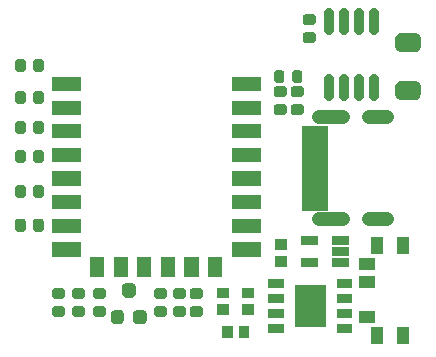
<source format=gts>
G04 Layer: TopSolderMaskLayer*
G04 EasyEDA v6.4.25, 2021-11-23T22:35:47+08:00*
G04 b1e9ac58b82e44e2a900f0cbd8408905,45ba98ba689c459a8d72e4540021d05b,10*
G04 Gerber Generator version 0.2*
G04 Scale: 100 percent, Rotated: No, Reflected: No *
G04 Dimensions in millimeters *
G04 leading zeros omitted , absolute positions ,4 integer and 5 decimal *
%FSLAX45Y45*%
%MOMM*%

%ADD36C,1.2032*%
%ADD37C,0.8128*%

%LPD*%
D36*
X3071314Y416910D02*
G01*
X3221314Y416910D01*
X3071312Y-447095D02*
G01*
X3221314Y-447095D01*
X2652613Y416504D02*
G01*
X2852613Y416504D01*
X2652613Y-447502D02*
G01*
X2852613Y-447502D01*
D37*
X2730489Y1160774D02*
G01*
X2730489Y1303014D01*
X2857489Y1160774D02*
G01*
X2857489Y1303014D01*
X2984489Y1160774D02*
G01*
X2984489Y1303014D01*
X2984489Y601974D02*
G01*
X2984489Y744214D01*
X2857489Y601974D02*
G01*
X2857489Y744214D01*
X2730489Y601974D02*
G01*
X2730489Y744214D01*
X3111489Y1160774D02*
G01*
X3111489Y1303014D01*
X3111489Y601974D02*
G01*
X3111489Y744214D01*
G36*
X1994651Y-1255603D02*
G01*
X1994651Y-1165433D01*
X2094727Y-1165433D01*
X2094727Y-1255603D01*
G37*
G36*
X1994651Y-1115649D02*
G01*
X1994651Y-1025479D01*
X2094727Y-1025479D01*
X2094727Y-1115649D01*
G37*
G36*
X1786371Y-1255603D02*
G01*
X1786371Y-1165433D01*
X1886447Y-1165433D01*
X1886447Y-1255603D01*
G37*
G36*
X1786371Y-1115649D02*
G01*
X1786371Y-1025479D01*
X1886447Y-1025479D01*
X1886447Y-1115649D01*
G37*
G36*
X2505191Y-375747D02*
G01*
X2505191Y-295483D01*
X2725663Y-295483D01*
X2725663Y-375747D01*
G37*
G36*
X2505191Y-295737D02*
G01*
X2505191Y-215473D01*
X2725663Y-215473D01*
X2725663Y-295737D01*
G37*
G36*
X2505191Y264332D02*
G01*
X2505191Y344596D01*
X2725663Y344596D01*
X2725663Y264332D01*
G37*
G36*
X2505191Y184322D02*
G01*
X2505191Y264586D01*
X2725663Y264586D01*
X2725663Y184322D01*
G37*
G36*
X2505191Y134284D02*
G01*
X2505191Y184576D01*
X2725663Y184576D01*
X2725663Y134284D01*
G37*
G36*
X2505191Y84246D02*
G01*
X2505191Y134538D01*
X2725663Y134538D01*
X2725663Y84246D01*
G37*
G36*
X2505191Y34208D02*
G01*
X2505191Y84500D01*
X2725663Y84500D01*
X2725663Y34208D01*
G37*
G36*
X2505191Y-15829D02*
G01*
X2505191Y34716D01*
X2725663Y34716D01*
X2725663Y-15829D01*
G37*
G36*
X2505191Y-65613D02*
G01*
X2505191Y-15321D01*
X2725663Y-15321D01*
X2725663Y-65613D01*
G37*
G36*
X2505191Y-115651D02*
G01*
X2505191Y-65359D01*
X2725663Y-65359D01*
X2725663Y-115651D01*
G37*
G36*
X2505191Y-165689D02*
G01*
X2505191Y-115397D01*
X2725663Y-115397D01*
X2725663Y-165689D01*
G37*
G36*
X2505191Y-215727D02*
G01*
X2505191Y-165435D01*
X2725663Y-165435D01*
X2725663Y-215727D01*
G37*
G36*
X3336025Y973246D02*
G01*
X3315197Y978580D01*
X3298941Y994836D01*
X3293353Y1015664D01*
X3293353Y1085768D01*
X3298941Y1106596D01*
X3315197Y1122852D01*
X3336025Y1128440D01*
X3471153Y1128440D01*
X3491981Y1122852D01*
X3508237Y1106596D01*
X3513825Y1085768D01*
X3513825Y1015664D01*
X3508237Y994836D01*
X3491981Y978580D01*
X3471153Y973246D01*
G37*
G36*
X3336025Y568116D02*
G01*
X3315197Y573704D01*
X3298941Y589960D01*
X3293353Y610788D01*
X3293353Y680892D01*
X3298941Y701720D01*
X3315197Y717976D01*
X3336025Y723564D01*
X3471153Y723564D01*
X3491981Y717976D01*
X3508237Y701720D01*
X3513825Y680892D01*
X3513825Y610788D01*
X3508237Y589960D01*
X3491981Y573704D01*
X3471153Y568116D01*
G37*
G36*
X2984489Y-1323167D02*
G01*
X2984489Y-1222837D01*
X3124697Y-1222837D01*
X3124697Y-1323167D01*
G37*
G36*
X2984489Y-1024209D02*
G01*
X2984489Y-923879D01*
X3124697Y-923879D01*
X3124697Y-1024209D01*
G37*
G36*
X2984489Y-874095D02*
G01*
X2984489Y-774019D01*
X3124697Y-774019D01*
X3124697Y-874095D01*
G37*
G36*
X3311387Y-739221D02*
G01*
X3311387Y-599013D01*
X3411463Y-599013D01*
X3411463Y-739221D01*
G37*
G36*
X3091423Y-739221D02*
G01*
X3091423Y-599013D01*
X3191499Y-599013D01*
X3191499Y-739221D01*
G37*
G36*
X3311387Y-1499189D02*
G01*
X3311387Y-1358981D01*
X3411463Y-1358981D01*
X3411463Y-1499189D01*
G37*
G36*
X3091423Y-1499189D02*
G01*
X3091423Y-1358981D01*
X3191499Y-1358981D01*
X3191499Y-1499189D01*
G37*
G36*
X1967981Y-1447119D02*
G01*
X1967981Y-1347043D01*
X2058151Y-1347043D01*
X2058151Y-1447119D01*
G37*
G36*
X1828027Y-1447119D02*
G01*
X1828027Y-1347043D01*
X1918197Y-1347043D01*
X1918197Y-1447119D01*
G37*
G36*
X2759445Y-850473D02*
G01*
X2759445Y-775035D01*
X2899653Y-775035D01*
X2899653Y-850473D01*
G37*
G36*
X2759445Y-756493D02*
G01*
X2759445Y-681055D01*
X2899653Y-681055D01*
X2899653Y-756493D01*
G37*
G36*
X2759445Y-662513D02*
G01*
X2759445Y-587075D01*
X2899653Y-587075D01*
X2899653Y-662513D01*
G37*
G36*
X2500365Y-662513D02*
G01*
X2500365Y-587075D01*
X2640573Y-587075D01*
X2640573Y-662513D01*
G37*
G36*
X2500365Y-850473D02*
G01*
X2500365Y-775035D01*
X2640573Y-775035D01*
X2640573Y-850473D01*
G37*
G36*
X1276085Y-1119459D02*
G01*
X1257797Y-1112093D01*
X1250431Y-1094059D01*
X1250431Y-1054943D01*
X1257797Y-1036655D01*
X1276085Y-1029289D01*
X1335013Y-1029289D01*
X1353301Y-1036655D01*
X1360667Y-1054943D01*
X1360667Y-1094059D01*
X1353301Y-1112093D01*
X1335013Y-1119459D01*
G37*
G36*
X1276085Y-1271859D02*
G01*
X1257797Y-1264493D01*
X1250431Y-1246205D01*
X1250431Y-1207343D01*
X1257797Y-1189055D01*
X1276085Y-1181689D01*
X1335013Y-1181689D01*
X1353301Y-1189055D01*
X1360667Y-1207343D01*
X1360667Y-1246205D01*
X1353301Y-1264493D01*
X1335013Y-1271859D01*
G37*
G36*
X102351Y529000D02*
G01*
X84317Y536620D01*
X76697Y554654D01*
X76697Y613836D01*
X84317Y631870D01*
X102351Y639236D01*
X141467Y639236D01*
X159501Y631870D01*
X167121Y613836D01*
X167121Y554654D01*
X159501Y536620D01*
X141467Y529000D01*
G37*
G36*
X254751Y529000D02*
G01*
X236717Y536620D01*
X229097Y554654D01*
X229097Y613836D01*
X236717Y631870D01*
X254751Y639236D01*
X293867Y639236D01*
X311901Y631870D01*
X319521Y613836D01*
X319521Y554654D01*
X311901Y536620D01*
X293867Y529000D01*
G37*
G36*
X412485Y-1119459D02*
G01*
X394197Y-1112093D01*
X386831Y-1094059D01*
X386831Y-1054943D01*
X394197Y-1036655D01*
X412485Y-1029289D01*
X471413Y-1029289D01*
X489701Y-1036655D01*
X497067Y-1054943D01*
X497067Y-1094059D01*
X489701Y-1112093D01*
X471413Y-1119459D01*
G37*
G36*
X412485Y-1271859D02*
G01*
X394197Y-1264493D01*
X386831Y-1246205D01*
X386831Y-1207343D01*
X394197Y-1189055D01*
X412485Y-1181689D01*
X471413Y-1181689D01*
X489701Y-1189055D01*
X497067Y-1207343D01*
X497067Y-1246205D01*
X489701Y-1264493D01*
X471413Y-1271859D01*
G37*
G36*
X2535925Y1046906D02*
G01*
X2517637Y1054526D01*
X2510271Y1072560D01*
X2510271Y1111676D01*
X2517637Y1129710D01*
X2535925Y1137330D01*
X2594853Y1137330D01*
X2613141Y1129710D01*
X2620507Y1111676D01*
X2620507Y1072560D01*
X2613141Y1054526D01*
X2594853Y1046906D01*
G37*
G36*
X2535925Y1199306D02*
G01*
X2517637Y1206926D01*
X2510271Y1224960D01*
X2510271Y1264076D01*
X2517637Y1282110D01*
X2535925Y1289730D01*
X2594853Y1289730D01*
X2613141Y1282110D01*
X2620507Y1264076D01*
X2620507Y1224960D01*
X2613141Y1206926D01*
X2594853Y1199306D01*
G37*
G36*
X1013195Y-1108537D02*
G01*
X990589Y-1099139D01*
X981191Y-1076533D01*
X981191Y-1019891D01*
X990589Y-997539D01*
X1013195Y-988141D01*
X1064503Y-988141D01*
X1087109Y-997539D01*
X1096507Y-1019891D01*
X1096507Y-1076533D01*
X1087109Y-1099139D01*
X1064503Y-1108537D01*
G37*
G36*
X1108191Y-1333327D02*
G01*
X1085585Y-1324183D01*
X1076187Y-1301577D01*
X1076187Y-1244935D01*
X1085585Y-1222583D01*
X1108191Y-1213185D01*
X1159753Y-1213185D01*
X1182105Y-1222583D01*
X1191503Y-1244935D01*
X1191503Y-1301577D01*
X1182105Y-1324183D01*
X1159753Y-1333327D01*
G37*
G36*
X918199Y-1333327D02*
G01*
X895593Y-1324183D01*
X886195Y-1301577D01*
X886195Y-1244935D01*
X895593Y-1222583D01*
X918199Y-1213185D01*
X969507Y-1213185D01*
X992113Y-1222583D01*
X1001511Y-1244935D01*
X1001511Y-1301577D01*
X992113Y-1324183D01*
X969507Y-1333327D01*
G37*
G36*
X760465Y-1271859D02*
G01*
X742177Y-1264493D01*
X734811Y-1246205D01*
X734811Y-1207343D01*
X742177Y-1189055D01*
X760465Y-1181689D01*
X819393Y-1181689D01*
X837681Y-1189055D01*
X845047Y-1207343D01*
X845047Y-1246205D01*
X837681Y-1264493D01*
X819393Y-1271859D01*
G37*
G36*
X760465Y-1119459D02*
G01*
X742177Y-1112093D01*
X734811Y-1094059D01*
X734811Y-1054943D01*
X742177Y-1036655D01*
X760465Y-1029289D01*
X819393Y-1029289D01*
X837681Y-1036655D01*
X845047Y-1054943D01*
X845047Y-1094059D01*
X837681Y-1112093D01*
X819393Y-1119459D01*
G37*
G36*
X254751Y798240D02*
G01*
X236717Y805860D01*
X229097Y823894D01*
X229097Y883076D01*
X236717Y901110D01*
X254751Y908476D01*
X293867Y908476D01*
X311901Y901110D01*
X319521Y883076D01*
X319521Y823894D01*
X311901Y805860D01*
X293867Y798240D01*
G37*
G36*
X102351Y798240D02*
G01*
X84317Y805860D01*
X76697Y823894D01*
X76697Y883076D01*
X84317Y901110D01*
X102351Y908476D01*
X141467Y908476D01*
X159501Y901110D01*
X167121Y883076D01*
X167121Y823894D01*
X159501Y805860D01*
X141467Y798240D01*
G37*
G36*
X254751Y31160D02*
G01*
X236717Y38780D01*
X229097Y56814D01*
X229097Y115996D01*
X236717Y134030D01*
X254751Y141396D01*
X293867Y141396D01*
X311901Y134030D01*
X319521Y115996D01*
X319521Y56814D01*
X311901Y38780D01*
X293867Y31160D01*
G37*
G36*
X102351Y31160D02*
G01*
X84317Y38780D01*
X76697Y56814D01*
X76697Y115996D01*
X84317Y134030D01*
X102351Y141396D01*
X141467Y141396D01*
X159501Y134030D01*
X167121Y115996D01*
X167121Y56814D01*
X159501Y38780D01*
X141467Y31160D01*
G37*
G36*
X254751Y-268559D02*
G01*
X236717Y-260939D01*
X229097Y-242905D01*
X229097Y-183723D01*
X236717Y-165689D01*
X254751Y-158323D01*
X293867Y-158323D01*
X311901Y-165689D01*
X319521Y-183723D01*
X319521Y-242905D01*
X311901Y-260939D01*
X293867Y-268559D01*
G37*
G36*
X102351Y-268559D02*
G01*
X84317Y-260939D01*
X76697Y-242905D01*
X76697Y-183723D01*
X84317Y-165689D01*
X102351Y-158323D01*
X141467Y-158323D01*
X159501Y-165689D01*
X167121Y-183723D01*
X167121Y-242905D01*
X159501Y-260939D01*
X141467Y-268559D01*
G37*
G36*
X254751Y-550499D02*
G01*
X236717Y-542879D01*
X229097Y-524845D01*
X229097Y-465663D01*
X236717Y-447629D01*
X254751Y-440263D01*
X293867Y-440263D01*
X311901Y-447629D01*
X319521Y-465663D01*
X319521Y-524845D01*
X311901Y-542879D01*
X293867Y-550499D01*
G37*
G36*
X102351Y-550499D02*
G01*
X84317Y-542879D01*
X76697Y-524845D01*
X76697Y-465663D01*
X84317Y-447629D01*
X102351Y-440263D01*
X141467Y-440263D01*
X159501Y-447629D01*
X167121Y-465663D01*
X167121Y-524845D01*
X159501Y-542879D01*
X141467Y-550499D01*
G37*
G36*
X2444231Y706800D02*
G01*
X2426197Y714166D01*
X2418577Y732454D01*
X2418577Y791382D01*
X2426197Y809670D01*
X2444231Y817036D01*
X2483347Y817036D01*
X2501381Y809670D01*
X2509001Y791382D01*
X2509001Y732454D01*
X2501381Y714166D01*
X2483347Y706800D01*
G37*
G36*
X2291831Y706800D02*
G01*
X2273797Y714166D01*
X2266177Y732454D01*
X2266177Y791382D01*
X2273797Y809670D01*
X2291831Y817036D01*
X2330947Y817036D01*
X2348981Y809670D01*
X2356601Y791382D01*
X2356601Y732454D01*
X2348981Y714166D01*
X2330947Y706800D01*
G37*
G36*
X1441185Y-1119713D02*
G01*
X1422897Y-1112093D01*
X1415531Y-1094059D01*
X1415531Y-1054943D01*
X1422897Y-1036909D01*
X1441185Y-1029289D01*
X1500113Y-1029289D01*
X1518401Y-1036909D01*
X1525767Y-1054943D01*
X1525767Y-1094059D01*
X1518401Y-1112093D01*
X1500113Y-1119713D01*
G37*
G36*
X1441185Y-1271859D02*
G01*
X1422897Y-1264493D01*
X1415531Y-1246459D01*
X1415531Y-1207343D01*
X1422897Y-1189055D01*
X1441185Y-1181689D01*
X1500113Y-1181689D01*
X1518401Y-1189055D01*
X1525767Y-1207343D01*
X1525767Y-1246459D01*
X1518401Y-1264493D01*
X1500113Y-1271859D01*
G37*
G36*
X2434325Y437306D02*
G01*
X2416037Y444926D01*
X2408671Y462960D01*
X2408671Y502076D01*
X2416037Y520110D01*
X2434325Y527730D01*
X2493253Y527730D01*
X2511541Y520110D01*
X2518907Y502076D01*
X2518907Y462960D01*
X2511541Y444926D01*
X2493253Y437306D01*
G37*
G36*
X2434325Y589706D02*
G01*
X2416037Y597326D01*
X2408671Y615360D01*
X2408671Y654476D01*
X2416037Y672510D01*
X2434325Y680130D01*
X2493253Y680130D01*
X2511541Y672510D01*
X2518907Y654476D01*
X2518907Y615360D01*
X2511541Y597326D01*
X2493253Y589706D01*
G37*
G36*
X2289545Y437560D02*
G01*
X2271257Y444926D01*
X2263891Y463214D01*
X2263891Y502076D01*
X2271257Y520364D01*
X2289545Y527730D01*
X2348473Y527730D01*
X2366761Y520364D01*
X2374127Y502076D01*
X2374127Y463214D01*
X2366761Y444926D01*
X2348473Y437560D01*
G37*
G36*
X2289545Y589960D02*
G01*
X2271257Y597326D01*
X2263891Y615360D01*
X2263891Y654476D01*
X2271257Y672764D01*
X2289545Y680130D01*
X2348473Y680130D01*
X2366761Y672764D01*
X2374127Y654476D01*
X2374127Y615360D01*
X2366761Y597326D01*
X2348473Y589960D01*
G37*
G36*
X582665Y-1119713D02*
G01*
X564377Y-1112093D01*
X557011Y-1094059D01*
X557011Y-1054943D01*
X564377Y-1036909D01*
X582665Y-1029289D01*
X641593Y-1029289D01*
X659881Y-1036909D01*
X667247Y-1054943D01*
X667247Y-1094059D01*
X659881Y-1112093D01*
X641593Y-1119713D01*
G37*
G36*
X582665Y-1271859D02*
G01*
X564377Y-1264493D01*
X557011Y-1246459D01*
X557011Y-1207343D01*
X564377Y-1189055D01*
X582665Y-1181689D01*
X641593Y-1181689D01*
X659881Y-1189055D01*
X667247Y-1207343D01*
X667247Y-1246459D01*
X659881Y-1264493D01*
X641593Y-1271859D01*
G37*
G36*
X1578345Y-1119713D02*
G01*
X1560057Y-1112093D01*
X1552691Y-1094059D01*
X1552691Y-1054943D01*
X1560057Y-1036909D01*
X1578345Y-1029289D01*
X1637273Y-1029289D01*
X1655561Y-1036909D01*
X1662927Y-1054943D01*
X1662927Y-1094059D01*
X1655561Y-1112093D01*
X1637273Y-1119713D01*
G37*
G36*
X1578345Y-1271859D02*
G01*
X1560057Y-1264493D01*
X1552691Y-1246459D01*
X1552691Y-1207343D01*
X1560057Y-1189055D01*
X1578345Y-1181689D01*
X1637273Y-1181689D01*
X1655561Y-1189055D01*
X1662927Y-1207343D01*
X1662927Y-1246459D01*
X1655561Y-1264493D01*
X1637273Y-1271859D01*
G37*
G36*
X254751Y275000D02*
G01*
X236717Y282620D01*
X229097Y300654D01*
X229097Y359836D01*
X236717Y377870D01*
X254751Y385236D01*
X293867Y385236D01*
X311901Y377870D01*
X319521Y359836D01*
X319521Y300654D01*
X311901Y282620D01*
X293867Y275000D01*
G37*
G36*
X102351Y275000D02*
G01*
X84317Y282620D01*
X76697Y300654D01*
X76697Y359836D01*
X84317Y377870D01*
X102351Y385236D01*
X141467Y385236D01*
X159501Y377870D01*
X167121Y359836D01*
X167121Y300654D01*
X159501Y282620D01*
X141467Y275000D01*
G37*
G36*
X1909815Y-761319D02*
G01*
X1909815Y-641177D01*
X2155179Y-641177D01*
X2155179Y-761319D01*
G37*
G36*
X1909815Y-561421D02*
G01*
X1909815Y-441025D01*
X2155179Y-441025D01*
X2155179Y-561421D01*
G37*
G36*
X1909815Y-361523D02*
G01*
X1909815Y-241127D01*
X2155179Y-241127D01*
X2155179Y-361523D01*
G37*
G36*
X1909815Y-161371D02*
G01*
X1909815Y-41229D01*
X2155179Y-41229D01*
X2155179Y-161371D01*
G37*
G36*
X1909815Y38526D02*
G01*
X1909815Y158922D01*
X2155179Y158922D01*
X2155179Y38526D01*
G37*
G36*
X1909815Y238678D02*
G01*
X1909815Y358820D01*
X2155179Y358820D01*
X2155179Y238678D01*
G37*
G36*
X1909815Y438576D02*
G01*
X1909815Y558972D01*
X2155179Y558972D01*
X2155179Y438576D01*
G37*
G36*
X1909815Y638474D02*
G01*
X1909815Y758870D01*
X2155179Y758870D01*
X2155179Y638474D01*
G37*
G36*
X384799Y638474D02*
G01*
X384799Y758870D01*
X630163Y758870D01*
X630163Y638474D01*
G37*
G36*
X384799Y438576D02*
G01*
X384799Y558972D01*
X630163Y558972D01*
X630163Y438576D01*
G37*
G36*
X384799Y238678D02*
G01*
X384799Y358820D01*
X630163Y358820D01*
X630163Y238678D01*
G37*
G36*
X384799Y38526D02*
G01*
X384799Y158922D01*
X630163Y158922D01*
X630163Y38526D01*
G37*
G36*
X384799Y-161371D02*
G01*
X384799Y-41229D01*
X630163Y-41229D01*
X630163Y-161371D01*
G37*
G36*
X384799Y-361523D02*
G01*
X384799Y-241127D01*
X630163Y-241127D01*
X630163Y-361523D01*
G37*
G36*
X384799Y-561421D02*
G01*
X384799Y-441025D01*
X630163Y-441025D01*
X630163Y-561421D01*
G37*
G36*
X384799Y-761319D02*
G01*
X384799Y-641177D01*
X630163Y-641177D01*
X630163Y-761319D01*
G37*
G36*
X709919Y-936325D02*
G01*
X709919Y-766145D01*
X830061Y-766145D01*
X830061Y-936325D01*
G37*
G36*
X909817Y-936325D02*
G01*
X909817Y-766145D01*
X1030213Y-766145D01*
X1030213Y-936325D01*
G37*
G36*
X1109715Y-936325D02*
G01*
X1109715Y-766145D01*
X1230111Y-766145D01*
X1230111Y-936325D01*
G37*
G36*
X1309867Y-936325D02*
G01*
X1309867Y-766145D01*
X1430263Y-766145D01*
X1430263Y-936325D01*
G37*
G36*
X1509765Y-936325D02*
G01*
X1509765Y-766145D01*
X1630161Y-766145D01*
X1630161Y-936325D01*
G37*
G36*
X1709917Y-936325D02*
G01*
X1709917Y-766145D01*
X1830059Y-766145D01*
X1830059Y-936325D01*
G37*
G36*
X2274051Y-846663D02*
G01*
X2274051Y-756493D01*
X2374127Y-756493D01*
X2374127Y-846663D01*
G37*
G36*
X2274051Y-706709D02*
G01*
X2274051Y-616539D01*
X2374127Y-616539D01*
X2374127Y-706709D01*
G37*
G36*
X2219695Y-1025733D02*
G01*
X2219695Y-955629D01*
X2349743Y-955629D01*
X2349743Y-1025733D01*
G37*
G36*
X2219695Y-1152733D02*
G01*
X2219695Y-1082629D01*
X2349743Y-1082629D01*
X2349743Y-1152733D01*
G37*
G36*
X2219695Y-1279733D02*
G01*
X2219695Y-1209629D01*
X2349743Y-1209629D01*
X2349743Y-1279733D01*
G37*
G36*
X2219695Y-1406733D02*
G01*
X2219695Y-1336629D01*
X2349743Y-1336629D01*
X2349743Y-1406733D01*
G37*
G36*
X2801355Y-1406733D02*
G01*
X2801355Y-1336629D01*
X2931403Y-1336629D01*
X2931403Y-1406733D01*
G37*
G36*
X2801355Y-1279733D02*
G01*
X2801355Y-1209629D01*
X2931403Y-1209629D01*
X2931403Y-1279733D01*
G37*
G36*
X2801355Y-1152733D02*
G01*
X2801355Y-1082629D01*
X2931403Y-1082629D01*
X2931403Y-1152733D01*
G37*
G36*
X2801355Y-1025733D02*
G01*
X2801355Y-955629D01*
X2931403Y-955629D01*
X2931403Y-1025733D01*
G37*
G36*
X2445501Y-1361267D02*
G01*
X2445501Y-1001095D01*
X2705597Y-1001095D01*
X2705597Y-1361267D01*
G37*
M02*

</source>
